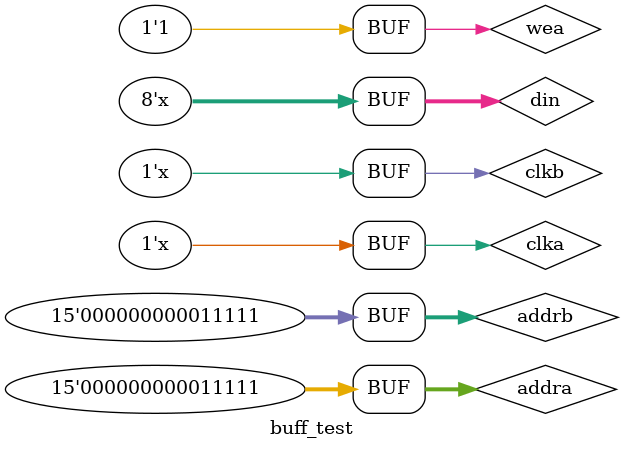
<source format=v>
`timescale 1ns / 1ps


module buff_test;

	// Inputs
	reg clka;
	reg wea;
	reg [14:0] addra;
	reg [7:0] din;
	reg clkb;
	reg [14:0] addrb;

	// Outputs
	wire [7:0] doutb;

	// Instantiate the Unit Under Test (UUT)
	frame_buffer uut (
		.doutb(doutb), 
		.clka(clka), 
		.wea(wea), 
		.addra(addra), 
		.din(din), 
		.clkb(clkb), 
		.addrb(addrb)
	);

	initial begin
		// Initialize Inputs
		clka = 0;
		wea = 0;
		addra = 0;
		din = 0;
		clkb = 0;
		addrb = 0;

		// Wait 100 ns for global reset to finish
		#100;
        
		// Add stimulus here
		din = 8'b11111111;
		addra = 15'b000000000011111;
		addrb = 15'b000000000011111;
		wea=1;
	end
	
	always begin
		clkb=~clkb;
		#10;
		clka=~clka;
		din=din+1;
	end
      
endmodule


</source>
